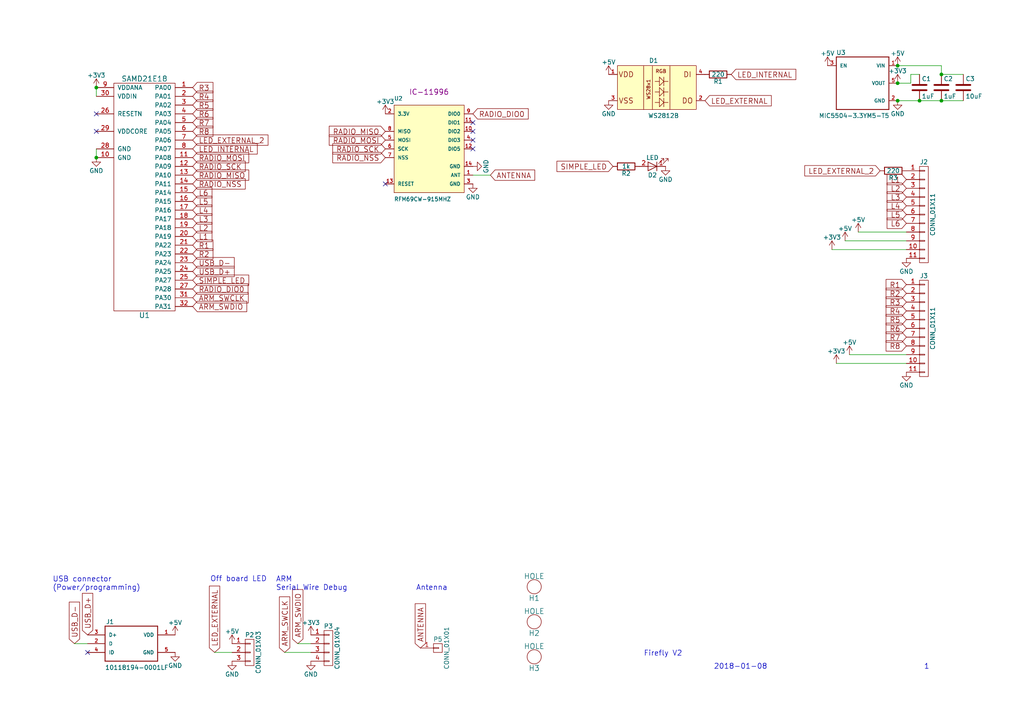
<source format=kicad_sch>
(kicad_sch (version 20230121) (generator eeschema)
  (paper "A4")
  (lib_symbols
    (symbol "10118194-0001LF_1" (pin_names (offset 1.016))
      (property "Reference" "J" (at -7.366 5.588 0))
      (property "Value" "10118194-0001LF" (at -7.6454 -7.6454 0))
      (symbol "10118194-0001LF_1_0_0"
        (polyline (pts (xy -7.62 -5.08) (xy 7.62 -5.08)) (stroke (width 0.254)))
        (polyline (pts (xy -7.62 5.08) (xy -7.62 -5.08)) (stroke (width 0.254)))
        (polyline (pts (xy 7.62 -5.08) (xy 7.62 5.08)) (stroke (width 0.254)))
        (polyline (pts (xy 7.62 5.08) (xy -7.62 5.08)) (stroke (width 0.254)))
        (pin power_out line (at 12.7 2.54 180) (length 5.08) (name "VDD") (number "1"))
        (pin bidirectional line (at -12.7 0 0) (length 5.08) (name "D") (number "2"))
        (pin bidirectional line (at -12.7 2.54 0) (length 5.08) (name "D+") (number "3"))
        (pin passive line (at -12.7 -2.54 0) (length 5.08) (name "ID") (number "4"))
        (pin power_out line (at 12.7 -2.54 180) (length 5.08) (name "GND") (number "5"))
      )
    )
    (symbol "10118194-0001LF_2" (pin_names (offset 1.016))
      (property "Reference" "J" (at -7.366 5.588 0))
      (property "Value" "10118194-0001LF" (at -7.6454 -7.6454 0))
      (symbol "10118194-0001LF_2_0_0"
        (polyline (pts (xy -7.62 -5.08) (xy 7.62 -5.08)) (stroke (width 0.254)))
        (polyline (pts (xy -7.62 5.08) (xy -7.62 -5.08)) (stroke (width 0.254)))
        (polyline (pts (xy 7.62 -5.08) (xy 7.62 5.08)) (stroke (width 0.254)))
        (polyline (pts (xy 7.62 5.08) (xy -7.62 5.08)) (stroke (width 0.254)))
        (pin power_out line (at 12.7 2.54 180) (length 5.08) (name "VDD") (number "1"))
        (pin bidirectional line (at -12.7 0 0) (length 5.08) (name "D") (number "2"))
        (pin bidirectional line (at -12.7 2.54 0) (length 5.08) (name "D+") (number "3"))
        (pin passive line (at -12.7 -2.54 0) (length 5.08) (name "ID") (number "4"))
        (pin power_out line (at 12.7 -2.54 180) (length 5.08) (name "GND") (number "5"))
      )
    )
    (symbol "MIC5504-3.3YM5-T5_1" (pin_names (offset 1.016))
      (property "Reference" "U" (at -7.6454 8.1534 0))
      (property "Value" "MIC5504-3.3YM5-T5" (at -7.6454 -10.1854 0))
      (symbol "MIC5504-3.3YM5-T5_1_0_0"
        (polyline (pts (xy -7.62 -7.62) (xy 7.62 -7.62)) (stroke (width 0.254)))
        (polyline (pts (xy -7.62 7.62) (xy -7.62 -7.62)) (stroke (width 0.254)))
        (polyline (pts (xy 7.62 -7.62) (xy 7.62 7.62)) (stroke (width 0.254)))
        (polyline (pts (xy 7.62 7.62) (xy -7.62 7.62)) (stroke (width 0.254)))
        (pin power_in line (at 10.16 5.08 180) (length 2.54) (name "VIN") (number "1"))
        (pin power_in line (at 10.16 -5.08 180) (length 2.54) (name "GND") (number "2"))
        (pin input line (at -10.16 5.08 0) (length 2.54) (name "EN") (number "3"))
        (pin output line (at 10.16 0 180) (length 2.54) (name "VOUT") (number "5"))
      )
    )
    (symbol "MIC5504-3.3YM5-T5_2" (pin_names (offset 1.016))
      (property "Reference" "U" (at -7.6454 8.1534 0))
      (property "Value" "MIC5504-3.3YM5-T5" (at -7.6454 -10.1854 0))
      (symbol "MIC5504-3.3YM5-T5_2_0_0"
        (polyline (pts (xy -7.62 -7.62) (xy 7.62 -7.62)) (stroke (width 0.254)))
        (polyline (pts (xy -7.62 7.62) (xy -7.62 -7.62)) (stroke (width 0.254)))
        (polyline (pts (xy 7.62 -7.62) (xy 7.62 7.62)) (stroke (width 0.254)))
        (polyline (pts (xy 7.62 7.62) (xy -7.62 7.62)) (stroke (width 0.254)))
        (pin power_in line (at 10.16 5.08 180) (length 2.54) (name "VIN") (number "1"))
        (pin power_in line (at 10.16 -5.08 180) (length 2.54) (name "GND") (number "2"))
        (pin input line (at -10.16 5.08 0) (length 2.54) (name "EN") (number "3"))
        (pin output line (at 10.16 0 180) (length 2.54) (name "VOUT") (number "5"))
      )
    )
    (symbol "RFM69CW-915MHZ_1" (pin_names (offset 1.016))
      (property "Reference" "U" (at -10.16 13.97 0))
      (property "Value" "RFM69CW-915MHZ" (at -10.16 -15.24 0))
      (property "Field4" "IC-11996" (at 0 16.51 0))
      (symbol "RFM69CW-915MHZ_1_1_1"
        (polyline (pts (xy -10.16 12.7) (xy -10.16 -12.7) (xy 10.16 -12.7) (xy 10.16 12.7) (xy -10.16 12.7)) (fill (type background)))
        (pin passive line (at 12.7 -7.62 180) (length 2.54) (name "ANT") (number "1"))
        (pin bidirectional line (at 12.7 5.08 180) (length 2.54) (name "DIO2") (number "10"))
        (pin bidirectional line (at 12.7 7.62 180) (length 2.54) (name "DIO1") (number "11"))
        (pin bidirectional line (at 12.7 0 180) (length 2.54) (name "DIO5") (number "12"))
        (pin input line (at -12.7 -10.16 0) (length 2.54) (name "RESET") (number "13"))
        (pin power_in line (at 12.7 -5.08 180) (length 2.54) (name "GND") (number "14"))
        (pin power_in line (at -12.7 10.16 0) (length 2.54) (name "3.3V") (number "2"))
        (pin power_in line (at 12.7 -10.16 180) (length 2.54) (name "GND") (number "3"))
        (pin bidirectional line (at 12.7 2.54 180) (length 2.54) (name "DIO3") (number "4"))
        (pin input line (at -12.7 2.54 0) (length 2.54) (name "MOSI") (number "5"))
        (pin input line (at -12.7 0 0) (length 2.54) (name "SCK") (number "6"))
        (pin input line (at -12.7 -2.54 0) (length 2.54) (name "NSS") (number "7"))
        (pin bidirectional line (at -12.7 5.08 0) (length 2.54) (name "MISO") (number "8"))
        (pin bidirectional line (at 12.7 10.16 180) (length 2.54) (name "DIO0") (number "9"))
      )
    )
    (symbol "RFM69CW-915MHZ_2" (pin_names (offset 1.016))
      (property "Reference" "U" (at -10.16 13.97 0))
      (property "Value" "RFM69CW-915MHZ" (at -10.16 -15.24 0))
      (property "Field4" "IC-11996" (at 0 16.51 0))
      (symbol "RFM69CW-915MHZ_2_1_1"
        (polyline (pts (xy -10.16 12.7) (xy -10.16 -12.7) (xy 10.16 -12.7) (xy 10.16 12.7) (xy -10.16 12.7)) (fill (type background)))
        (pin passive line (at 12.7 -7.62 180) (length 2.54) (name "ANT") (number "1"))
        (pin bidirectional line (at 12.7 5.08 180) (length 2.54) (name "DIO2") (number "10"))
        (pin bidirectional line (at 12.7 7.62 180) (length 2.54) (name "DIO1") (number "11"))
        (pin bidirectional line (at 12.7 0 180) (length 2.54) (name "DIO5") (number "12"))
        (pin input line (at -12.7 -10.16 0) (length 2.54) (name "RESET") (number "13"))
        (pin power_in line (at 12.7 -5.08 180) (length 2.54) (name "GND") (number "14"))
        (pin power_in line (at -12.7 10.16 0) (length 2.54) (name "3.3V") (number "2"))
        (pin power_in line (at 12.7 -10.16 180) (length 2.54) (name "GND") (number "3"))
        (pin bidirectional line (at 12.7 2.54 180) (length 2.54) (name "DIO3") (number "4"))
        (pin input line (at -12.7 2.54 0) (length 2.54) (name "MOSI") (number "5"))
        (pin input line (at -12.7 0 0) (length 2.54) (name "SCK") (number "6"))
        (pin input line (at -12.7 -2.54 0) (length 2.54) (name "NSS") (number "7"))
        (pin bidirectional line (at -12.7 5.08 0) (length 2.54) (name "MISO") (number "8"))
        (pin bidirectional line (at 12.7 10.16 180) (length 2.54) (name "DIO0") (number "9"))
      )
    )
    (symbol "WS2812B_1" (pin_names (offset 1.016) hide)
      (property "Reference" "D" (at -11.43 8.89 0))
      (property "Value" "WS2812B" (at -11.43 -7.62 0))
      (property "Field4" "DIO-12503" (at 0 12.7 0))
      (symbol "WS2812B_1_0_0"
        (text "DI" (at 8.89 5.08 0) (effects (font (size 1.524 1.524))))
        (text "DO" (at 8.89 -2.54 0) (effects (font (size 1.524 1.524))))
        (text "VDD" (at -8.89 5.08 0) (effects (font (size 1.524 1.524))))
        (text "VSS" (at -8.89 -2.54 0) (effects (font (size 1.524 1.524))))
      )
      (symbol "WS2812B_1_1_0"
        (polyline (pts (xy -3.81 7.62) (xy -3.81 -5.08)))
        (polyline (pts (xy -1.27 7.62) (xy -1.27 -5.08)))
        (polyline (pts (xy 0.762 -3.048) (xy -0.508 -3.048)))
        (polyline (pts (xy 0.762 0) (xy -0.508 0)))
        (polyline (pts (xy 0.762 3.048) (xy -0.508 3.048)))
        (polyline (pts (xy 2.032 -3.048) (xy 2.032 -4.318)))
        (polyline (pts (xy 2.032 -3.048) (xy 3.302 -3.048)))
        (polyline (pts (xy 2.032 -1.778) (xy 2.032 -3.048)))
        (polyline (pts (xy 2.032 0) (xy 2.032 -1.27)))
        (polyline (pts (xy 2.032 0) (xy 3.302 0)))
        (polyline (pts (xy 2.032 1.27) (xy 2.032 0)))
        (polyline (pts (xy 2.032 3.048) (xy 2.032 1.778)))
        (polyline (pts (xy 2.032 3.048) (xy 3.302 3.048)))
        (polyline (pts (xy 2.032 4.318) (xy 2.032 3.048)))
        (polyline (pts (xy 3.81 7.62) (xy 3.81 -5.08)))
        (text "RGB" (at 1.1938 6.0198 0) (effects (font (size 1.016 1.016))))
        (text "WS28x1" (at -2.413 0.762 900) (effects (font (size 1.016 1.016))))
      )
      (symbol "WS2812B_1_1_1"
        (polyline (pts (xy 0.762 -1.778) (xy 0.762 -3.048) (xy 0.762 -4.318) (xy 2.032 -3.048) (xy 0.762 -1.778)) (fill (type background)))
        (polyline (pts (xy 0.762 1.27) (xy 0.762 0) (xy 0.762 -1.27) (xy 2.032 0) (xy 0.762 1.27)) (fill (type background)))
        (polyline (pts (xy 0.762 4.318) (xy 0.762 3.048) (xy 0.762 1.778) (xy 2.032 3.048) (xy 0.762 4.318)) (fill (type background)))
        (polyline (pts (xy 11.43 7.62) (xy 11.43 -5.08) (xy 3.81 -5.08) (xy -1.27 -5.08) (xy -3.81 -5.08) (xy -11.43 -5.08) (xy -11.43 7.62) (xy -3.81 7.62) (xy -1.27 7.62) (xy 3.81 7.62) (xy 11.43 7.62)) (fill (type background)))
        (pin power_in line (at -13.97 5.08 0) (length 2.54) (name "VDD") (number "1"))
        (pin output line (at 13.97 -2.54 180) (length 2.54) (name "DO") (number "2"))
        (pin power_in line (at -13.97 -2.54 0) (length 2.54) (name "VSS") (number "3"))
        (pin input line (at 13.97 5.08 180) (length 2.54) (name "DI") (number "4"))
      )
    )
    (symbol "WS2812B_2" (pin_names (offset 1.016) hide)
      (property "Reference" "D" (at -11.43 8.89 0))
      (property "Value" "WS2812B" (at -11.43 -7.62 0))
      (property "Field4" "DIO-12503" (at 0 12.7 0))
      (symbol "WS2812B_2_0_0"
        (text "DI" (at 8.89 5.08 0) (effects (font (size 1.524 1.524))))
        (text "DO" (at 8.89 -2.54 0) (effects (font (size 1.524 1.524))))
        (text "VDD" (at -8.89 5.08 0) (effects (font (size 1.524 1.524))))
        (text "VSS" (at -8.89 -2.54 0) (effects (font (size 1.524 1.524))))
      )
      (symbol "WS2812B_2_1_0"
        (polyline (pts (xy -3.81 7.62) (xy -3.81 -5.08)))
        (polyline (pts (xy -1.27 7.62) (xy -1.27 -5.08)))
        (polyline (pts (xy 0.762 -3.048) (xy -0.508 -3.048)))
        (polyline (pts (xy 0.762 0) (xy -0.508 0)))
        (polyline (pts (xy 0.762 3.048) (xy -0.508 3.048)))
        (polyline (pts (xy 2.032 -3.048) (xy 2.032 -4.318)))
        (polyline (pts (xy 2.032 -3.048) (xy 3.302 -3.048)))
        (polyline (pts (xy 2.032 -1.778) (xy 2.032 -3.048)))
        (polyline (pts (xy 2.032 0) (xy 2.032 -1.27)))
        (polyline (pts (xy 2.032 0) (xy 3.302 0)))
        (polyline (pts (xy 2.032 1.27) (xy 2.032 0)))
        (polyline (pts (xy 2.032 3.048) (xy 2.032 1.778)))
        (polyline (pts (xy 2.032 3.048) (xy 3.302 3.048)))
        (polyline (pts (xy 2.032 4.318) (xy 2.032 3.048)))
        (polyline (pts (xy 3.81 7.62) (xy 3.81 -5.08)))
        (text "RGB" (at 1.1938 6.0198 0) (effects (font (size 1.016 1.016))))
        (text "WS28x1" (at -2.413 0.762 900) (effects (font (size 1.016 1.016))))
      )
      (symbol "WS2812B_2_1_1"
        (polyline (pts (xy 0.762 -1.778) (xy 0.762 -3.048) (xy 0.762 -4.318) (xy 2.032 -3.048) (xy 0.762 -1.778)) (fill (type background)))
        (polyline (pts (xy 0.762 1.27) (xy 0.762 0) (xy 0.762 -1.27) (xy 2.032 0) (xy 0.762 1.27)) (fill (type background)))
        (polyline (pts (xy 0.762 4.318) (xy 0.762 3.048) (xy 0.762 1.778) (xy 2.032 3.048) (xy 0.762 4.318)) (fill (type background)))
        (polyline (pts (xy 11.43 7.62) (xy 11.43 -5.08) (xy 3.81 -5.08) (xy -1.27 -5.08) (xy -3.81 -5.08) (xy -11.43 -5.08) (xy -11.43 7.62) (xy -3.81 7.62) (xy -1.27 7.62) (xy 3.81 7.62) (xy 11.43 7.62)) (fill (type background)))
        (pin power_in line (at -13.97 5.08 0) (length 2.54) (name "VDD") (number "1"))
        (pin output line (at 13.97 -2.54 180) (length 2.54) (name "DO") (number "2"))
        (pin power_in line (at -13.97 -2.54 0) (length 2.54) (name "VSS") (number "3"))
        (pin input line (at 13.97 5.08 180) (length 2.54) (name "DI") (number "4"))
      )
    )
    (symbol "rfboard-rescue:+3V3" (power) (pin_names (offset 0))
      (property "Value" "+3V3" (at 0 3.556 0))
      (symbol "+3V3_0_1"
        (polyline (pts (xy -0.762 1.27) (xy 0 2.54)))
        (polyline (pts (xy 0 0) (xy 0 2.54)))
        (polyline (pts (xy 0 2.54) (xy 0.762 1.27)))
      )
      (symbol "+3V3_1_1"
        (pin power_in line (at 0 0 90) (length 0) hide (name "+3V3") (number "1"))
      )
    )
    (symbol "rfboard-rescue:+5V" (power) (pin_names (offset 0))
      (property "Value" "+5V" (at 0 3.556 0))
      (symbol "+5V_0_1"
        (polyline (pts (xy -0.762 1.27) (xy 0 2.54)))
        (polyline (pts (xy 0 0) (xy 0 2.54)))
        (polyline (pts (xy 0 2.54) (xy 0.762 1.27)))
      )
      (symbol "+5V_1_1"
        (pin power_in line (at 0 0 90) (length 0) hide (name "+5V") (number "1"))
      )
    )
    (symbol "rfboard-rescue:C" (pin_numbers hide) (pin_names (offset 0.254))
      (property "Reference" "C" (at 0.635 2.54 0))
      (property "Value" "C" (at 0.635 -2.54 0))
      (symbol "C_0_1"
        (polyline (pts (xy -2.032 -0.762) (xy 2.032 -0.762)) (stroke (width 0.508)))
        (polyline (pts (xy -2.032 0.762) (xy 2.032 0.762)) (stroke (width 0.508)))
      )
      (symbol "C_1_1"
        (pin passive line (at 0 3.81 270) (length 2.794) (name "~") (number "1"))
        (pin passive line (at 0 -3.81 90) (length 2.794) (name "~") (number "2"))
      )
    )
    (symbol "rfboard-rescue:CONN_01X01" (pin_names (offset 1.016) hide)
      (property "Reference" "J" (at 0 2.54 0))
      (property "Value" "CONN_01X01" (at 2.54 0 90))
      (symbol "CONN_01X01_0_1"
        (rectangle (start -1.27 0.127) (end 0.254 -0.127))
        (rectangle (start -1.27 1.27) (end 1.27 -1.27))
      )
      (symbol "CONN_01X01_1_1"
        (pin passive line (at -5.08 0 0) (length 3.81) (name "P1") (number "1"))
      )
    )
    (symbol "rfboard-rescue:CONN_01X03" (pin_names (offset 1.016) hide)
      (property "Reference" "J" (at 0 5.08 0))
      (property "Value" "CONN_01X03" (at 2.54 0 90))
      (symbol "CONN_01X03_0_1"
        (rectangle (start -1.27 -2.413) (end 0.254 -2.667))
        (rectangle (start -1.27 0.127) (end 0.254 -0.127))
        (rectangle (start -1.27 2.667) (end 0.254 2.413))
        (rectangle (start -1.27 3.81) (end 1.27 -3.81))
      )
      (symbol "CONN_01X03_1_1"
        (pin passive line (at -5.08 2.54 0) (length 3.81) (name "P1") (number "1"))
        (pin passive line (at -5.08 0 0) (length 3.81) (name "P2") (number "2"))
        (pin passive line (at -5.08 -2.54 0) (length 3.81) (name "P3") (number "3"))
      )
    )
    (symbol "rfboard-rescue:CONN_01X04" (pin_names (offset 1.016) hide)
      (property "Reference" "J" (at 0 6.35 0))
      (property "Value" "CONN_01X04" (at 2.54 0 90))
      (symbol "CONN_01X04_0_1"
        (rectangle (start -1.27 -3.683) (end 0.254 -3.937))
        (rectangle (start -1.27 -1.143) (end 0.254 -1.397))
        (rectangle (start -1.27 1.397) (end 0.254 1.143))
        (rectangle (start -1.27 3.937) (end 0.254 3.683))
        (rectangle (start -1.27 5.08) (end 1.27 -5.08))
      )
      (symbol "CONN_01X04_1_1"
        (pin passive line (at -5.08 3.81 0) (length 3.81) (name "P1") (number "1"))
        (pin passive line (at -5.08 1.27 0) (length 3.81) (name "P2") (number "2"))
        (pin passive line (at -5.08 -1.27 0) (length 3.81) (name "P3") (number "3"))
        (pin passive line (at -5.08 -3.81 0) (length 3.81) (name "P4") (number "4"))
      )
    )
    (symbol "rfboard-rescue:CONN_01X11" (pin_names (offset 1.016) hide)
      (property "Reference" "J" (at 0 15.24 0))
      (property "Value" "CONN_01X11" (at 2.54 0 90))
      (symbol "CONN_01X11_0_1"
        (rectangle (start -1.27 -12.573) (end 0.254 -12.827))
        (rectangle (start -1.27 -10.033) (end 0.254 -10.287))
        (rectangle (start -1.27 -7.493) (end 0.254 -7.747))
        (rectangle (start -1.27 -4.953) (end 0.254 -5.207))
        (rectangle (start -1.27 -2.413) (end 0.254 -2.667))
        (rectangle (start -1.27 0.127) (end 0.254 -0.127))
        (rectangle (start -1.27 2.667) (end 0.254 2.413))
        (rectangle (start -1.27 5.207) (end 0.254 4.953))
        (rectangle (start -1.27 7.747) (end 0.254 7.493))
        (rectangle (start -1.27 10.287) (end 0.254 10.033))
        (rectangle (start -1.27 12.827) (end 0.254 12.573))
        (rectangle (start -1.27 13.97) (end 1.27 -13.97))
      )
      (symbol "CONN_01X11_1_1"
        (pin passive line (at -5.08 12.7 0) (length 3.81) (name "P1") (number "1"))
        (pin passive line (at -5.08 -10.16 0) (length 3.81) (name "P10") (number "10"))
        (pin passive line (at -5.08 -12.7 0) (length 3.81) (name "P11") (number "11"))
        (pin passive line (at -5.08 10.16 0) (length 3.81) (name "P2") (number "2"))
        (pin passive line (at -5.08 7.62 0) (length 3.81) (name "P3") (number "3"))
        (pin passive line (at -5.08 5.08 0) (length 3.81) (name "P4") (number "4"))
        (pin passive line (at -5.08 2.54 0) (length 3.81) (name "P5") (number "5"))
        (pin passive line (at -5.08 0 0) (length 3.81) (name "P6") (number "6"))
        (pin passive line (at -5.08 -2.54 0) (length 3.81) (name "P7") (number "7"))
        (pin passive line (at -5.08 -5.08 0) (length 3.81) (name "P8") (number "8"))
        (pin passive line (at -5.08 -7.62 0) (length 3.81) (name "P9") (number "9"))
      )
    )
    (symbol "rfboard-rescue:GND" (power) (pin_names (offset 0))
      (property "Value" "GND" (at 0 -3.81 0))
      (symbol "GND_0_1"
        (polyline (pts (xy 0 0) (xy 0 -1.27) (xy 1.27 -1.27) (xy 0 -2.54) (xy -1.27 -1.27) (xy 0 -1.27)))
      )
      (symbol "GND_1_1"
        (pin power_in line (at 0 0 270) (length 0) hide (name "GND") (number "1"))
      )
    )
    (symbol "rfboard-rescue:HOLE" (pin_names (offset 1.016))
      (property "Reference" "H" (at 0 -3.302 0))
      (property "Value" "HOLE" (at 0 3.048 0))
      (symbol "HOLE_0_1"
        (circle (center 0 0) (radius 2.0574))
      )
    )
    (symbol "rfboard-rescue:LED" (pin_names (offset 1.016) hide)
      (property "Reference" "D" (at 0 2.54 0))
      (property "Value" "LED" (at 0 -2.54 0))
      (symbol "LED_0_1"
        (polyline (pts (xy -1.27 -1.27) (xy -1.27 1.27)) (stroke (width 0.2032)))
        (polyline (pts (xy -1.27 0) (xy 1.27 0)))
        (polyline (pts (xy 1.27 -1.27) (xy 1.27 1.27) (xy -1.27 0) (xy 1.27 -1.27)) (stroke (width 0.2032)))
        (polyline (pts (xy -3.048 -0.762) (xy -4.572 -2.286) (xy -3.81 -2.286) (xy -4.572 -2.286) (xy -4.572 -1.524)))
        (polyline (pts (xy -1.778 -0.762) (xy -3.302 -2.286) (xy -2.54 -2.286) (xy -3.302 -2.286) (xy -3.302 -1.524)))
      )
      (symbol "LED_1_1"
        (pin passive line (at -3.81 0 0) (length 2.54) (name "K") (number "1"))
        (pin passive line (at 3.81 0 180) (length 2.54) (name "A") (number "2"))
      )
    )
    (symbol "rfboard-rescue:R" (pin_numbers hide) (pin_names (offset 0))
      (property "Reference" "R" (at 2.032 0 90))
      (property "Value" "R" (at 0 0 90))
      (symbol "R_0_1"
        (rectangle (start -1.016 -2.54) (end 1.016 2.54) (stroke (width 0.254)))
      )
      (symbol "R_1_1"
        (pin passive line (at 0 3.81 270) (length 1.27) (name "~") (number "1"))
        (pin passive line (at 0 -3.81 90) (length 1.27) (name "~") (number "2"))
      )
    )
    (symbol "rfboard-rescue:SAMD21E18" (pin_names (offset 1.016))
      (property "Reference" "U" (at -2.54 -36.83 0))
      (property "Value" "SAMD21E18" (at -2.54 31.75 0))
      (symbol "SAMD21E18_0_1"
        (rectangle (start -11.43 30.48) (end 6.35 -35.56))
      )
      (symbol "SAMD21E18_1_1"
        (pin bidirectional line (at 11.43 29.21 180) (length 5.08) (name "PA00") (number "1"))
        (pin power_in line (at -16.51 8.89 0) (length 5.08) (name "GND") (number "10"))
        (pin bidirectional line (at 11.43 8.89 180) (length 5.08) (name "PA08") (number "11"))
        (pin bidirectional line (at 11.43 6.35 180) (length 5.08) (name "PA09") (number "12"))
        (pin bidirectional line (at 11.43 3.81 180) (length 5.08) (name "PA10") (number "13"))
        (pin bidirectional line (at 11.43 1.27 180) (length 5.08) (name "PA11") (number "14"))
        (pin bidirectional line (at 11.43 -1.27 180) (length 5.08) (name "PA14") (number "15"))
        (pin bidirectional line (at 11.43 -3.81 180) (length 5.08) (name "PA15") (number "16"))
        (pin bidirectional line (at 11.43 -6.35 180) (length 5.08) (name "PA16") (number "17"))
        (pin bidirectional line (at 11.43 -8.89 180) (length 5.08) (name "PA17") (number "18"))
        (pin bidirectional line (at 11.43 -11.43 180) (length 5.08) (name "PA18") (number "19"))
        (pin bidirectional line (at 11.43 26.67 180) (length 5.08) (name "PA01") (number "2"))
        (pin bidirectional line (at 11.43 -13.97 180) (length 5.08) (name "PA19") (number "20"))
        (pin bidirectional line (at 11.43 -16.51 180) (length 5.08) (name "PA22") (number "21"))
        (pin bidirectional line (at 11.43 -19.05 180) (length 5.08) (name "PA23") (number "22"))
        (pin bidirectional line (at 11.43 -21.59 180) (length 5.08) (name "PA24") (number "23"))
        (pin bidirectional line (at 11.43 -24.13 180) (length 5.08) (name "PA25") (number "24"))
        (pin bidirectional line (at 11.43 -26.67 180) (length 5.08) (name "PA27") (number "25"))
        (pin input line (at -16.51 21.59 0) (length 5.08) (name "RESETN") (number "26"))
        (pin bidirectional line (at 11.43 -29.21 180) (length 5.08) (name "PA28") (number "27"))
        (pin power_in line (at -16.51 11.43 0) (length 5.08) (name "GND") (number "28"))
        (pin output line (at -16.51 16.51 0) (length 5.08) (name "VDDCORE") (number "29"))
        (pin bidirectional line (at 11.43 24.13 180) (length 5.08) (name "PA02") (number "3"))
        (pin power_in line (at -16.51 26.67 0) (length 5.08) (name "VDDIN") (number "30"))
        (pin bidirectional line (at 11.43 -31.75 180) (length 5.08) (name "PA30") (number "31"))
        (pin bidirectional line (at 11.43 -34.29 180) (length 5.08) (name "PA31") (number "32"))
        (pin bidirectional line (at 11.43 21.59 180) (length 5.08) (name "PA03") (number "4"))
        (pin bidirectional line (at 11.43 19.05 180) (length 5.08) (name "PA04") (number "5"))
        (pin bidirectional line (at 11.43 16.51 180) (length 5.08) (name "PA05") (number "6"))
        (pin bidirectional line (at 11.43 13.97 180) (length 5.08) (name "PA06") (number "7"))
        (pin bidirectional line (at 11.43 11.43 180) (length 5.08) (name "PA07") (number "8"))
        (pin power_in line (at -16.51 29.21 0) (length 5.08) (name "VDDANA") (number "9"))
      )
    )
  )
  (junction (at 273.05 29.21))
  (junction (at 260.35 24.13))
  (junction (at 260.35 29.21))
  (junction (at 27.94 45.72))
  (junction (at 27.94 25.4))
  (junction (at 273.05 21.59))
  (junction (at 260.35 19.05))
  (junction (at 266.7 29.21))
  (no_connect (at 137.16 40.64))
  (no_connect (at 27.94 38.1))
  (no_connect (at 111.76 53.34))
  (no_connect (at 137.16 38.1))
  (no_connect (at 137.16 43.18))
  (no_connect (at 137.16 35.56))
  (no_connect (at 27.94 33.02))
  (no_connect (at 25.4 189.23))
  (wire (pts (xy 248.92 67.31) (xy 262.89 67.31)))
  (wire (pts (xy 27.94 27.94) (xy 27.94 25.4)))
  (wire (pts (xy 260.35 19.05) (xy 273.05 19.05)))
  (wire (pts (xy 273.05 29.21) (xy 279.4 29.21)))
  (wire (pts (xy 27.94 45.72) (xy 27.94 43.18)))
  (wire (pts (xy 62.23 189.23) (xy 67.31 189.23)))
  (wire (pts (xy 266.7 21.59) (xy 264.16 21.59)))
  (wire (pts (xy 142.24 50.8) (xy 137.16 50.8)))
  (wire (pts (xy 273.05 21.59) (xy 279.4 21.59)))
  (wire (pts (xy 260.35 29.21) (xy 266.7 29.21)))
  (wire (pts (xy 241.3 72.39) (xy 262.89 72.39)))
  (wire (pts (xy 90.17 189.23) (xy 82.55 189.23)))
  (wire (pts (xy 262.89 69.85) (xy 245.11 69.85)))
  (wire (pts (xy 262.89 105.41) (xy 242.57 105.41)))
  (wire (pts (xy 264.16 21.59) (xy 264.16 24.13)))
  (wire (pts (xy 273.05 19.05) (xy 273.05 21.59)))
  (wire (pts (xy 86.36 186.69) (xy 90.17 186.69)))
  (wire (pts (xy 266.7 29.21) (xy 273.05 29.21)))
  (wire (pts (xy 246.38 102.87) (xy 262.89 102.87)))
  (wire (pts (xy 21.59 186.69) (xy 25.4 186.69)))
  (wire (pts (xy 264.16 24.13) (xy 260.35 24.13)))
  (text "USB connector\n(Power/programming)" (at 15.24 171.45 0) (effects (font (size 1.524 1.524)) (justify left bottom)))
  (text "Antenna" (at 120.65 171.45 0) (effects (font (size 1.524 1.524)) (justify left bottom)))
  (text "2018-01-08" (at 207.01 194.31 0) (effects (font (size 1.524 1.524)) (justify left bottom)))
  (text "1	" (at 267.97 194.31 0) (effects (font (size 1.524 1.524)) (justify left bottom)))
  (text "Firefly V2" (at 186.69 190.5 0) (effects (font (size 1.524 1.524)) (justify left bottom)))
  (text "ARM\nSerial Wire Debug" (at 80.01 171.45 0) (effects (font (size 1.524 1.524)) (justify left bottom)))
  (text "Off board LED" (at 60.96 168.91 0) (effects (font (size 1.524 1.524)) (justify left bottom)))
  (global_label "ARM_SWDIO" (shape input) (at 86.36 186.69 90) (effects (font (size 1.524 1.524))) (property "Intersheetrefs" "${INTERSHEET_REFS}" (effects hide)))
  (global_label "RADIO_MISO" (shape input) (at 55.88 50.8 0) (effects (font (size 1.524 1.524))) (property "Intersheetrefs" "${INTERSHEET_REFS}" (effects hide)))
  (global_label "RADIO_SCK" (shape input) (at 55.88 48.26 0) (effects (font (size 1.524 1.524))) (property "Intersheetrefs" "${INTERSHEET_REFS}" (effects hide)))
  (global_label "L5" (shape input) (at 262.89 62.23 180) (effects (font (size 1.524 1.524))) (property "Intersheetrefs" "${INTERSHEET_REFS}" (effects hide)))
  (global_label "LED_INTERNAL" (shape input) (at 212.09 21.59 0) (effects (font (size 1.524 1.524))) (property "Intersheetrefs" "${INTERSHEET_REFS}" (effects hide)))
  (global_label "L1" (shape input) (at 262.89 52.07 180) (effects (font (size 1.524 1.524))) (property "Intersheetrefs" "${INTERSHEET_REFS}" (effects hide)))
  (global_label "LED_EXTERNAL_2" (shape input) (at 55.88 40.64 0) (effects (font (size 1.524 1.524))) (property "Intersheetrefs" "${INTERSHEET_REFS}" (effects hide)))
  (global_label "R6" (shape input) (at 55.88 33.02 0) (effects (font (size 1.524 1.524))) (property "Intersheetrefs" "${INTERSHEET_REFS}" (effects hide)))
  (global_label "SIMPLE_LED" (shape input) (at 55.88 81.28 0) (effects (font (size 1.524 1.524))) (property "Intersheetrefs" "${INTERSHEET_REFS}" (effects hide)))
  (global_label "RADIO_DIO0" (shape input) (at 55.88 83.82 0) (effects (font (size 1.524 1.524))) (property "Intersheetrefs" "${INTERSHEET_REFS}" (effects hide)))
  (global_label "R8" (shape input) (at 55.88 38.1 0) (effects (font (size 1.524 1.524))) (property "Intersheetrefs" "${INTERSHEET_REFS}" (effects hide)))
  (global_label "USB_D-" (shape input) (at 21.59 186.69 90) (effects (font (size 1.524 1.524))) (property "Intersheetrefs" "${INTERSHEET_REFS}" (effects hide)))
  (global_label "L6" (shape input) (at 55.88 55.88 0) (effects (font (size 1.524 1.524))) (property "Intersheetrefs" "${INTERSHEET_REFS}" (effects hide)))
  (global_label "ARM_SWCLK" (shape input) (at 82.55 189.23 90) (effects (font (size 1.524 1.524))) (property "Intersheetrefs" "${INTERSHEET_REFS}" (effects hide)))
  (global_label "RADIO_MISO" (shape input) (at 111.76 38.1 180) (effects (font (size 1.524 1.524))) (property "Intersheetrefs" "${INTERSHEET_REFS}" (effects hide)))
  (global_label "LED_EXTERNAL" (shape input) (at 62.23 189.23 90) (effects (font (size 1.524 1.524))) (property "Intersheetrefs" "${INTERSHEET_REFS}" (effects hide)))
  (global_label "L5" (shape input) (at 55.88 58.42 0) (effects (font (size 1.524 1.524))) (property "Intersheetrefs" "${INTERSHEET_REFS}" (effects hide)))
  (global_label "ARM_SWDIO" (shape input) (at 55.88 88.9 0) (effects (font (size 1.524 1.524))) (property "Intersheetrefs" "${INTERSHEET_REFS}" (effects hide)))
  (global_label "SIMPLE_LED" (shape input) (at 177.8 48.26 180) (effects (font (size 1.524 1.524))) (property "Intersheetrefs" "${INTERSHEET_REFS}" (effects hide)))
  (global_label "L3" (shape input) (at 262.89 57.15 180) (effects (font (size 1.524 1.524))) (property "Intersheetrefs" "${INTERSHEET_REFS}" (effects hide)))
  (global_label "RADIO_DIO0" (shape input) (at 137.16 33.02 0) (effects (font (size 1.524 1.524))) (property "Intersheetrefs" "${INTERSHEET_REFS}" (effects hide)))
  (global_label "R5" (shape input) (at 262.89 92.71 180) (effects (font (size 1.524 1.524))) (property "Intersheetrefs" "${INTERSHEET_REFS}" (effects hide)))
  (global_label "USB_D-" (shape input) (at 55.88 76.2 0) (effects (font (size 1.524 1.524))) (property "Intersheetrefs" "${INTERSHEET_REFS}" (effects hide)))
  (global_label "RADIO_MOSI" (shape input) (at 111.76 40.64 180) (effects (font (size 1.524 1.524))) (property "Intersheetrefs" "${INTERSHEET_REFS}" (effects hide)))
  (global_label "L2" (shape input) (at 55.88 66.04 0) (effects (font (size 1.524 1.524))) (property "Intersheetrefs" "${INTERSHEET_REFS}" (effects hide)))
  (global_label "R5" (shape input) (at 55.88 30.48 0) (effects (font (size 1.524 1.524))) (property "Intersheetrefs" "${INTERSHEET_REFS}" (effects hide)))
  (global_label "ANTENNA" (shape input) (at 142.24 50.8 0) (effects (font (size 1.524 1.524))) (property "Intersheetrefs" "${INTERSHEET_REFS}" (effects hide)))
  (global_label "R8" (shape input) (at 262.89 100.33 180) (effects (font (size 1.524 1.524))) (property "Intersheetrefs" "${INTERSHEET_REFS}" (effects hide)))
  (global_label "R1" (shape input) (at 262.89 82.55 180) (effects (font (size 1.524 1.524))) (property "Intersheetrefs" "${INTERSHEET_REFS}" (effects hide)))
  (global_label "USB_D+" (shape input) (at 25.4 184.15 90) (effects (font (size 1.524 1.524))) (property "Intersheetrefs" "${INTERSHEET_REFS}" (effects hide)))
  (global_label "R3" (shape input) (at 55.88 25.4 0) (effects (font (size 1.524 1.524))) (property "Intersheetrefs" "${INTERSHEET_REFS}" (effects hide)))
  (global_label "L6" (shape input) (at 262.89 64.77 180) (effects (font (size 1.524 1.524))) (property "Intersheetrefs" "${INTERSHEET_REFS}" (effects hide)))
  (global_label "L4" (shape input) (at 55.88 60.96 0) (effects (font (size 1.524 1.524))) (property "Intersheetrefs" "${INTERSHEET_REFS}" (effects hide)))
  (global_label "R6" (shape input) (at 262.89 95.25 180) (effects (font (size 1.524 1.524))) (property "Intersheetrefs" "${INTERSHEET_REFS}" (effects hide)))
  (global_label "R2" (shape input) (at 262.89 85.09 180) (effects (font (size 1.524 1.524))) (property "Intersheetrefs" "${INTERSHEET_REFS}" (effects hide)))
  (global_label "RADIO_SCK" (shape input) (at 111.76 43.18 180) (effects (font (size 1.524 1.524))) (property "Intersheetrefs" "${INTERSHEET_REFS}" (effects hide)))
  (global_label "L1" (shape input) (at 55.88 68.58 0) (effects (font (size 1.524 1.524))) (property "Intersheetrefs" "${INTERSHEET_REFS}" (effects hide)))
  (global_label "R7" (shape input) (at 55.88 35.56 0) (effects (font (size 1.524 1.524))) (property "Intersheetrefs" "${INTERSHEET_REFS}" (effects hide)))
  (global_label "ARM_SWCLK" (shape input) (at 55.88 86.36 0) (effects (font (size 1.524 1.524))) (property "Intersheetrefs" "${INTERSHEET_REFS}" (effects hide)))
  (global_label "L3" (shape input) (at 55.88 63.5 0) (effects (font (size 1.524 1.524))) (property "Intersheetrefs" "${INTERSHEET_REFS}" (effects hide)))
  (global_label "R3" (shape input) (at 262.89 87.63 180) (effects (font (size 1.524 1.524))) (property "Intersheetrefs" "${INTERSHEET_REFS}" (effects hide)))
  (global_label "L2" (shape input) (at 262.89 54.61 180) (effects (font (size 1.524 1.524))) (property "Intersheetrefs" "${INTERSHEET_REFS}" (effects hide)))
  (global_label "RADIO_MOSI" (shape input) (at 55.88 45.72 0) (effects (font (size 1.524 1.524))) (property "Intersheetrefs" "${INTERSHEET_REFS}" (effects hide)))
  (global_label "LED_EXTERNAL" (shape input) (at 204.47 29.21 0) (effects (font (size 1.524 1.524))) (property "Intersheetrefs" "${INTERSHEET_REFS}" (effects hide)))
  (global_label "RADIO_NSS" (shape input) (at 55.88 53.34 0) (effects (font (size 1.524 1.524))) (property "Intersheetrefs" "${INTERSHEET_REFS}" (effects hide)))
  (global_label "LED_EXTERNAL_2" (shape input) (at 255.27 49.53 180) (effects (font (size 1.524 1.524))) (property "Intersheetrefs" "${INTERSHEET_REFS}" (effects hide)))
  (global_label "R1" (shape input) (at 55.88 71.12 0) (effects (font (size 1.524 1.524))) (property "Intersheetrefs" "${INTERSHEET_REFS}" (effects hide)))
  (global_label "ANTENNA" (shape input) (at 121.92 187.96 90) (effects (font (size 1.524 1.524))) (property "Intersheetrefs" "${INTERSHEET_REFS}" (effects hide)))
  (global_label "LED_INTERNAL" (shape input) (at 55.88 43.18 0) (effects (font (size 1.524 1.524))) (property "Intersheetrefs" "${INTERSHEET_REFS}" (effects hide)))
  (global_label "R2" (shape input) (at 55.88 73.66 0) (effects (font (size 1.524 1.524))) (property "Intersheetrefs" "${INTERSHEET_REFS}" (effects hide)))
  (global_label "RADIO_NSS" (shape input) (at 111.76 45.72 180) (effects (font (size 1.524 1.524))) (property "Intersheetrefs" "${INTERSHEET_REFS}" (effects hide)))
  (global_label "R7" (shape input) (at 262.89 97.79 180) (effects (font (size 1.524 1.524))) (property "Intersheetrefs" "${INTERSHEET_REFS}" (effects hide)))
  (global_label "R4" (shape input) (at 262.89 90.17 180) (effects (font (size 1.524 1.524))) (property "Intersheetrefs" "${INTERSHEET_REFS}" (effects hide)))
  (global_label "L4" (shape input) (at 262.89 59.69 180) (effects (font (size 1.524 1.524))) (property "Intersheetrefs" "${INTERSHEET_REFS}" (effects hide)))
  (global_label "R4" (shape input) (at 55.88 27.94 0) (effects (font (size 1.524 1.524))) (property "Intersheetrefs" "${INTERSHEET_REFS}" (effects hide)))
  (global_label "USB_D+" (shape input) (at 55.88 78.74 0) (effects (font (size 1.524 1.524))) (property "Intersheetrefs" "${INTERSHEET_REFS}" (effects hide)))
  (symbol (lib_id "rfboard-rescue:CONN_01X03") (at 72.39 189.23 0) (unit 1)
    (property "Reference" "P2" (at 72.39 184.15 0))
    (property "Value" "CONN_01X03" (at 74.93 189.23 90))
    (property "Footprint" "Sparkfun-Connectors:1X03" (effects hide))
  )
  (symbol (lib_id "rfboard-rescue:+5V") (at 67.31 186.69 0) (unit 1)
    (property "Reference" "#PWR01" (effects hide))
    (property "Value" "+5V" (at 67.31 183.134 0))
  )
  (symbol (lib_id "rfboard-rescue:GND") (at 67.31 191.77 0) (unit 1)
    (property "Reference" "#PWR02" (effects hide))
    (property "Value" "GND" (at 67.31 195.58 0))
  )
  (symbol (lib_id "rfboard-rescue:CONN_01X04") (at 95.25 187.96 0) (unit 1)
    (property "Reference" "P3" (at 95.25 181.61 0))
    (property "Value" "CONN_01X04" (at 97.79 187.96 90))
    (property "Footprint" "Sparkfun-Connectors:1X04" (effects hide))
  )
  (symbol (lib_id "rfboard-rescue:+3V3") (at 90.17 184.15 0) (unit 1)
    (property "Reference" "#PWR03" (effects hide))
    (property "Value" "+3V3" (at 90.17 180.594 0))
  )
  (symbol (lib_id "rfboard-rescue:GND") (at 90.17 191.77 0) (unit 1)
    (property "Reference" "#PWR04" (effects hide))
    (property "Value" "GND" (at 90.17 195.58 0))
  )
  (symbol (lib_id "rfboard-rescue:+5V") (at 50.8 184.15 0) (unit 1)
    (property "Reference" "#PWR05" (effects hide))
    (property "Value" "+5V" (at 50.8 180.594 0))
  )
  (symbol (lib_id "rfboard-rescue:GND") (at 50.8 189.23 0) (unit 1)
    (property "Reference" "#PWR06" (effects hide))
    (property "Value" "GND" (at 50.8 193.04 0))
  )
  (symbol (lib_id "rfboard-rescue:GND") (at 137.16 48.26 90) (unit 1)
    (property "Reference" "#PWR07" (effects hide))
    (property "Value" "GND" (at 140.97 48.26 0))
  )
  (symbol (lib_id "rfboard-rescue:GND") (at 137.16 53.34 0) (unit 1)
    (property "Reference" "#PWR08" (effects hide))
    (property "Value" "GND" (at 137.16 57.15 0))
  )
  (symbol (lib_id "rfboard-rescue:CONN_01X01") (at 127 187.96 0) (unit 1)
    (property "Reference" "P5" (at 127 185.42 0))
    (property "Value" "CONN_01X01" (at 129.54 187.96 90))
    (property "Footprint" "Sparkfun-Connectors:1X01" (effects hide))
  )
  (symbol (lib_name "WS2812B_2") (lib_id "rfboard-rescue:WS2812B") (at 190.5 26.67 0) (unit 1)
    (property "Reference" "D1" (at 188.214 18.288 0) (effects (justify left bottom)))
    (property "Value" "WS2812B" (at 187.96 34.29 0) (effects (justify left bottom)))
    (property "Footprint" "homebrew:WS2812B" (effects hide))
  )
  (symbol (lib_id "rfboard-rescue:+5V") (at 176.53 21.59 0) (unit 1)
    (property "Reference" "#PWR09" (effects hide))
    (property "Value" "+5V" (at 176.53 18.034 0))
  )
  (symbol (lib_id "rfboard-rescue:GND") (at 176.53 29.21 0) (unit 1)
    (property "Reference" "#PWR010" (effects hide))
    (property "Value" "GND" (at 176.53 33.02 0))
  )
  (symbol (lib_id "rfboard-rescue:R") (at 208.28 21.59 270) (unit 1)
    (property "Reference" "R1" (at 208.28 23.622 90))
    (property "Value" "220" (at 208.28 21.59 90))
    (property "Footprint" "Resistors_SMD:R_0603_HandSoldering" (effects hide))
  )
  (symbol (lib_id "rfboard-rescue:GND") (at 260.35 29.21 0) (unit 1)
    (property "Reference" "#PWR011" (effects hide))
    (property "Value" "GND" (at 260.35 33.02 0))
  )
  (symbol (lib_id "rfboard-rescue:+5V") (at 240.03 19.05 0) (unit 1)
    (property "Reference" "#PWR012" (effects hide))
    (property "Value" "+5V" (at 240.03 15.494 0))
  )
  (symbol (lib_id "rfboard-rescue:+3V3") (at 260.35 24.13 0) (unit 1)
    (property "Reference" "#PWR013" (effects hide))
    (property "Value" "+3V3" (at 260.35 20.574 0))
  )
  (symbol (lib_id "rfboard-rescue:+3V3") (at 111.76 33.02 0) (unit 1)
    (property "Reference" "#PWR014" (effects hide))
    (property "Value" "+3V3" (at 111.76 29.464 0))
  )
  (symbol (lib_name "10118194-0001LF_2") (lib_id "rfboard-rescue:10118194-0001LF") (at 38.1 186.69 0) (unit 1)
    (property "Reference" "J1" (at 30.7086 181.0766 0) (effects (justify left bottom)))
    (property "Value" "10118194-0001LF" (at 30.4546 194.3354 0) (effects (justify left bottom)))
    (property "Footprint" "10118194-0001LF:FRAMATOME_10118194-0001LF" (effects hide))
    (property "Datasheet" "Amphenol" (effects hide))
    (property "Field4" "0.25 USD" (effects hide))
    (property "Field5" "DIP-4 FCI" (effects hide))
    (property "Field6" "Good" (effects hide))
    (property "Field7" "10118194-0001LF" (effects hide))
    (property "Field8" "CONN USB MICRO B RECPT SMT R/A" (effects hide))
  )
  (symbol (lib_name "RFM69CW-915MHZ_2") (lib_id "rfboard-rescue:RFM69CW-915MHZ") (at 124.46 43.18 0) (unit 1)
    (property "Reference" "U2" (at 114.3 29.21 0) (effects (font (size 1.143 1.143)) (justify left bottom)))
    (property "Value" "RFM69CW-915MHZ" (at 114.3 58.42 0) (effects (font (size 1.143 1.143)) (justify left bottom)))
    (property "Footprint" "homebrew:RFM69CW-XXXS2_" (effects hide))
    (property "Field4" "IC-11996" (at 124.46 26.67 0) (effects (font (size 1.524 1.524))))
  )
  (symbol (lib_id "rfboard-rescue:HOLE") (at 154.94 170.18 0) (unit 1)
    (property "Reference" "H1" (at 154.94 173.482 0) (effects (font (size 1.524 1.524))))
    (property "Value" "HOLE" (at 154.94 167.132 0) (effects (font (size 1.524 1.524))))
    (property "Footprint" "homebrew:MountingHole_2.7mm_M2.5" (effects hide))
  )
  (symbol (lib_id "rfboard-rescue:HOLE") (at 154.94 180.34 0) (unit 1)
    (property "Reference" "H2" (at 154.94 183.642 0) (effects (font (size 1.524 1.524))))
    (property "Value" "HOLE" (at 154.94 177.292 0) (effects (font (size 1.524 1.524))))
    (property "Footprint" "homebrew:MountingHole_2.7mm_M2.5" (effects hide))
  )
  (symbol (lib_id "rfboard-rescue:HOLE") (at 154.94 190.5 0) (unit 1)
    (property "Reference" "H3" (at 154.94 193.802 0) (effects (font (size 1.524 1.524))))
    (property "Value" "HOLE" (at 154.94 187.452 0) (effects (font (size 1.524 1.524))))
    (property "Footprint" "homebrew:MountingHole_2.7mm_M2.5" (effects hide))
  )
  (symbol (lib_name "MIC5504-3.3YM5-T5_2") (lib_id "rfboard-rescue:MIC5504-3.3YM5-T5") (at 250.19 24.13 0) (unit 1)
    (property "Reference" "U3" (at 242.5446 15.9766 0) (effects (justify left bottom)))
    (property "Value" "MIC5504-3.3YM5-T5" (at 237.49 34.29 0) (effects (justify left bottom)))
    (property "Footprint" "MIC5504-3.3YM5-T5:SOT23-5P95_280X145XL45X37N" (effects hide))
    (property "Datasheet" "Microchip" (effects hide))
    (property "Field4" "SOT-23-5 Microchip" (effects hide))
    (property "Field5" "MIC5504-3.3YM5-T5" (effects hide))
    (property "Field6" "IC REG LINEAR 3.3V 300MA SOT23-5" (effects hide))
    (property "Field7" "Good" (effects hide))
    (property "Field8" "0.13 USD" (effects hide))
  )
  (symbol (lib_id "rfboard-rescue:+5V") (at 260.35 19.05 0) (unit 1)
    (property "Reference" "#PWR015" (effects hide))
    (property "Value" "+5V" (at 260.35 15.494 0))
  )
  (symbol (lib_id "rfboard-rescue:C") (at 266.7 25.4 0) (unit 1)
    (property "Reference" "C1" (at 267.335 22.86 0) (effects (justify left)))
    (property "Value" "1uF" (at 267.335 27.94 0) (effects (justify left)))
    (property "Footprint" "Capacitors_SMD:C_0603_HandSoldering" (effects hide))
  )
  (symbol (lib_id "rfboard-rescue:C") (at 273.05 25.4 0) (unit 1)
    (property "Reference" "C2" (at 273.685 22.86 0) (effects (justify left)))
    (property "Value" "1uF" (at 273.685 27.94 0) (effects (justify left)))
    (property "Footprint" "Capacitors_SMD:C_0603_HandSoldering" (effects hide))
  )
  (symbol (lib_id "rfboard-rescue:C") (at 279.4 25.4 0) (unit 1)
    (property "Reference" "C3" (at 280.035 22.86 0) (effects (justify left)))
    (property "Value" "10uF" (at 280.035 27.94 0) (effects (justify left)))
    (property "Footprint" "Capacitors_SMD:C_0805_HandSoldering" (effects hide))
  )
  (symbol (lib_id "rfboard-rescue:SAMD21E18") (at 44.45 54.61 0) (unit 1)
    (property "Reference" "U1" (at 41.91 91.44 0) (effects (font (size 1.524 1.524))))
    (property "Value" "SAMD21E18" (at 41.91 22.86 0) (effects (font (size 1.524 1.524))))
    (property "Footprint" "Sparkfun-Silicon-Standard:TQFP32-08" (effects hide))
  )
  (symbol (lib_id "rfboard-rescue:+3V3") (at 27.94 25.4 0) (unit 1)
    (property "Reference" "#PWR016" (effects hide))
    (property "Value" "+3V3" (at 27.94 21.844 0))
  )
  (symbol (lib_id "rfboard-rescue:GND") (at 27.94 45.72 0) (unit 1)
    (property "Reference" "#PWR017" (effects hide))
    (property "Value" "GND" (at 27.94 49.53 0))
  )
  (symbol (lib_id "rfboard-rescue:LED") (at 189.23 48.26 180) (unit 1)
    (property "Reference" "D2" (at 189.23 50.8 0))
    (property "Value" "LED" (at 189.23 45.72 0))
    (property "Footprint" "LEDs:LED_0603" (effects hide))
  )
  (symbol (lib_id "rfboard-rescue:GND") (at 193.04 48.26 0) (unit 1)
    (property "Reference" "#PWR018" (effects hide))
    (property "Value" "GND" (at 193.04 52.07 0))
  )
  (symbol (lib_id "rfboard-rescue:R") (at 181.61 48.26 270) (unit 1)
    (property "Reference" "R2" (at 181.61 50.292 90))
    (property "Value" "1k" (at 181.61 48.26 90))
    (property "Footprint" "Resistors_SMD:R_0603_HandSoldering" (effects hide))
  )
  (symbol (lib_id "rfboard-rescue:CONN_01X11") (at 267.97 62.23 0) (unit 1)
    (property "Reference" "J2" (at 267.97 46.99 0))
    (property "Value" "CONN_01X11" (at 270.51 62.23 90))
    (property "Footprint" "Pin_Headers:Pin_Header_Straight_1x11_Pitch2.54mm" (effects hide))
  )
  (symbol (lib_id "rfboard-rescue:CONN_01X11") (at 267.97 95.25 0) (unit 1)
    (property "Reference" "J3" (at 267.97 80.01 0))
    (property "Value" "CONN_01X11" (at 270.51 95.25 90))
    (property "Footprint" "Pin_Headers:Pin_Header_Straight_1x11_Pitch2.54mm" (effects hide))
  )
  (symbol (lib_id "rfboard-rescue:GND") (at 262.89 107.95 0) (unit 1)
    (property "Reference" "#PWR019" (effects hide))
    (property "Value" "GND" (at 262.89 111.76 0))
  )
  (symbol (lib_id "rfboard-rescue:GND") (at 262.89 74.93 0) (unit 1)
    (property "Reference" "#PWR020" (effects hide))
    (property "Value" "GND" (at 262.89 78.74 0))
  )
  (symbol (lib_id "rfboard-rescue:+3V3") (at 242.57 105.41 0) (unit 1)
    (property "Reference" "#PWR021" (effects hide))
    (property "Value" "+3V3" (at 242.57 101.854 0))
  )
  (symbol (lib_id "rfboard-rescue:+3V3") (at 241.3 72.39 0) (unit 1)
    (property "Reference" "#PWR022" (effects hide))
    (property "Value" "+3V3" (at 241.3 68.834 0))
  )
  (symbol (lib_id "rfboard-rescue:+5V") (at 246.38 102.87 0) (unit 1)
    (property "Reference" "#PWR023" (effects hide))
    (property "Value" "+5V" (at 246.38 99.314 0))
  )
  (symbol (lib_id "rfboard-rescue:+5V") (at 245.11 69.85 0) (unit 1)
    (property "Reference" "#PWR024" (effects hide))
    (property "Value" "+5V" (at 245.11 66.294 0))
  )
  (symbol (lib_id "rfboard-rescue:R") (at 259.08 49.53 270) (unit 1)
    (property "Reference" "R3" (at 259.08 51.562 90))
    (property "Value" "220" (at 259.08 49.53 90))
    (property "Footprint" "Resistors_SMD:R_0603_HandSoldering" (effects hide))
  )
  (symbol (lib_id "rfboard-rescue:+5V") (at 248.92 67.31 0) (unit 1)
    (property "Reference" "#PWR?" (effects hide))
    (property "Value" "+5V" (at 248.92 63.754 0))
  )
)
</source>
